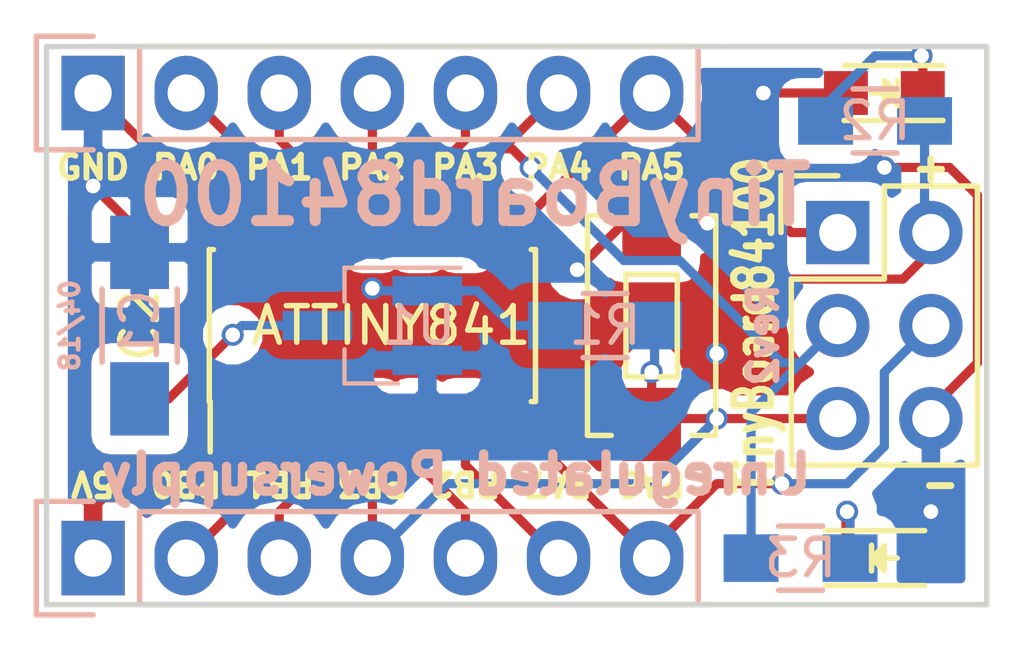
<source format=kicad_pcb>
(kicad_pcb (version 4) (host pcbnew 4.0.5+dfsg1-4)

  (general
    (links 36)
    (no_connects 1)
    (area 151.171 68.875 185.453143 91.393333)
    (thickness 1.6)
    (drawings 29)
    (tracks 116)
    (zones 0)
    (modules 13)
    (nets 18)
  )

  (page A4)
  (layers
    (0 F.Cu signal)
    (31 B.Cu signal)
    (32 B.Adhes user hide)
    (33 F.Adhes user hide)
    (34 B.Paste user hide)
    (35 F.Paste user hide)
    (36 B.SilkS user)
    (37 F.SilkS user)
    (38 B.Mask user hide)
    (39 F.Mask user hide)
    (40 Dwgs.User user hide)
    (41 Cmts.User user hide)
    (42 Eco1.User user hide)
    (43 Eco2.User user hide)
    (44 Edge.Cuts user)
    (45 Margin user hide)
    (46 B.CrtYd user hide)
    (47 F.CrtYd user hide)
    (48 B.Fab user hide)
    (49 F.Fab user hide)
  )

  (setup
    (last_trace_width 0.25)
    (trace_clearance 0.2)
    (zone_clearance 0.508)
    (zone_45_only no)
    (trace_min 0.2)
    (segment_width 0.2)
    (edge_width 0.15)
    (via_size 0.6)
    (via_drill 0.4)
    (via_min_size 0.4)
    (via_min_drill 0.3)
    (uvia_size 0.3)
    (uvia_drill 0.1)
    (uvias_allowed no)
    (uvia_min_size 0.2)
    (uvia_min_drill 0.1)
    (pcb_text_width 0.3)
    (pcb_text_size 1.5 1.5)
    (mod_edge_width 0.15)
    (mod_text_size 1 1)
    (mod_text_width 0.15)
    (pad_size 1.524 1.524)
    (pad_drill 0.762)
    (pad_to_mask_clearance 0.2)
    (aux_axis_origin 0 0)
    (grid_origin 156.21 72.39)
    (visible_elements FFFFFF7F)
    (pcbplotparams
      (layerselection 0x01030_80000001)
      (usegerberextensions false)
      (excludeedgelayer true)
      (linewidth 0.100000)
      (plotframeref false)
      (viasonmask false)
      (mode 1)
      (useauxorigin true)
      (hpglpennumber 1)
      (hpglpenspeed 20)
      (hpglpendiameter 15)
      (hpglpenoverlay 2)
      (psnegative false)
      (psa4output false)
      (plotreference true)
      (plotvalue true)
      (plotinvisibletext false)
      (padsonsilk true)
      (subtractmaskfromsilk false)
      (outputformat 1)
      (mirror false)
      (drillshape 0)
      (scaleselection 1)
      (outputdirectory /home/hrnek/Documents/KiCAD/TinyBoard84100/GERBERS/))
  )

  (net 0 "")
  (net 1 "Net-(C1-Pad1)")
  (net 2 GND)
  (net 3 "Net-(D1-Pad1)")
  (net 4 "Net-(D2-Pad1)")
  (net 5 +5V)
  (net 6 /PB0)
  (net 7 /PB1)
  (net 8 /PB3)
  (net 9 /PB2)
  (net 10 /PA7)
  (net 11 /PA6)
  (net 12 /PA0)
  (net 13 /PA1)
  (net 14 /PA2)
  (net 15 /PA3)
  (net 16 /PA4)
  (net 17 /PA5)

  (net_class Default "This is the default net class."
    (clearance 0.2)
    (trace_width 0.25)
    (via_dia 0.6)
    (via_drill 0.4)
    (uvia_dia 0.3)
    (uvia_drill 0.1)
    (add_net +5V)
    (add_net /PA0)
    (add_net /PA1)
    (add_net /PA2)
    (add_net /PA3)
    (add_net /PA4)
    (add_net /PA5)
    (add_net /PA6)
    (add_net /PA7)
    (add_net /PB0)
    (add_net /PB1)
    (add_net /PB2)
    (add_net /PB3)
    (add_net GND)
    (add_net "Net-(C1-Pad1)")
    (add_net "Net-(D1-Pad1)")
    (add_net "Net-(D2-Pad1)")
  )

  (module Capacitors_SMD:C_1206_HandSoldering (layer B.Cu) (tedit 5AD3B3E2) (tstamp 5AD39F1C)
    (at 158.75 80.01 90)
    (descr "Capacitor SMD 1206, hand soldering")
    (tags "capacitor 1206")
    (path /5AD23DAF)
    (attr smd)
    (fp_text reference C1 (at 0 0 90) (layer B.SilkS)
      (effects (font (size 1 1) (thickness 0.15)) (justify mirror))
    )
    (fp_text value 4.7uF (at 0 -1.778 90) (layer B.Fab) hide
      (effects (font (size 1 1) (thickness 0.15)) (justify mirror))
    )
    (fp_line (start -1.6 -0.8) (end -1.6 0.8) (layer B.Fab) (width 0.15))
    (fp_line (start 1.6 -0.8) (end -1.6 -0.8) (layer B.Fab) (width 0.15))
    (fp_line (start 1.6 0.8) (end 1.6 -0.8) (layer B.Fab) (width 0.15))
    (fp_line (start -1.6 0.8) (end 1.6 0.8) (layer B.Fab) (width 0.15))
    (fp_line (start -3.3 1.15) (end 3.3 1.15) (layer B.CrtYd) (width 0.05))
    (fp_line (start -3.3 -1.15) (end 3.3 -1.15) (layer B.CrtYd) (width 0.05))
    (fp_line (start -3.3 1.15) (end -3.3 -1.15) (layer B.CrtYd) (width 0.05))
    (fp_line (start 3.3 1.15) (end 3.3 -1.15) (layer B.CrtYd) (width 0.05))
    (fp_line (start 1 1.025) (end -1 1.025) (layer B.SilkS) (width 0.15))
    (fp_line (start -1 -1.025) (end 1 -1.025) (layer B.SilkS) (width 0.15))
    (pad 1 smd rect (at -2 0 90) (size 2 1.6) (layers B.Cu B.Paste B.Mask)
      (net 1 "Net-(C1-Pad1)"))
    (pad 2 smd rect (at 2 0 90) (size 2 1.6) (layers B.Cu B.Paste B.Mask)
      (net 2 GND))
    (model Capacitors_SMD.3dshapes/C_1206_HandSoldering.wrl
      (at (xyz 0 0 0))
      (scale (xyz 1 1 1))
      (rotate (xyz 0 0 0))
    )
  )

  (module Capacitors_SMD:C_1206_HandSoldering (layer F.Cu) (tedit 5AD3B3E5) (tstamp 5AD39F22)
    (at 158.75 80.01 90)
    (descr "Capacitor SMD 1206, hand soldering")
    (tags "capacitor 1206")
    (path /5AD23DE1)
    (attr smd)
    (fp_text reference C2 (at 0 0 90) (layer F.SilkS)
      (effects (font (size 1 1) (thickness 0.15)))
    )
    (fp_text value 1uF (at 0 1.778 90) (layer F.Fab) hide
      (effects (font (size 1 1) (thickness 0.15)))
    )
    (fp_line (start -1.6 0.8) (end -1.6 -0.8) (layer F.Fab) (width 0.15))
    (fp_line (start 1.6 0.8) (end -1.6 0.8) (layer F.Fab) (width 0.15))
    (fp_line (start 1.6 -0.8) (end 1.6 0.8) (layer F.Fab) (width 0.15))
    (fp_line (start -1.6 -0.8) (end 1.6 -0.8) (layer F.Fab) (width 0.15))
    (fp_line (start -3.3 -1.15) (end 3.3 -1.15) (layer F.CrtYd) (width 0.05))
    (fp_line (start -3.3 1.15) (end 3.3 1.15) (layer F.CrtYd) (width 0.05))
    (fp_line (start -3.3 -1.15) (end -3.3 1.15) (layer F.CrtYd) (width 0.05))
    (fp_line (start 3.3 -1.15) (end 3.3 1.15) (layer F.CrtYd) (width 0.05))
    (fp_line (start 1 -1.025) (end -1 -1.025) (layer F.SilkS) (width 0.15))
    (fp_line (start -1 1.025) (end 1 1.025) (layer F.SilkS) (width 0.15))
    (pad 1 smd rect (at -2 0 90) (size 2 1.6) (layers F.Cu F.Paste F.Mask)
      (net 1 "Net-(C1-Pad1)"))
    (pad 2 smd rect (at 2 0 90) (size 2 1.6) (layers F.Cu F.Paste F.Mask)
      (net 2 GND))
    (model Capacitors_SMD.3dshapes/C_1206_HandSoldering.wrl
      (at (xyz 0 0 0))
      (scale (xyz 1 1 1))
      (rotate (xyz 0 0 0))
    )
  )

  (module LEDs:LED_0805 (layer F.Cu) (tedit 5AD5B807) (tstamp 5AD39F28)
    (at 179.07 73.66 180)
    (descr "LED 0805 smd package")
    (tags "LED 0805 SMD")
    (path /5AD23E1F)
    (attr smd)
    (fp_text reference D1 (at 0 2.032 180) (layer F.SilkS) hide
      (effects (font (size 1 1) (thickness 0.15)))
    )
    (fp_text value LED (at -4.826 3.302 180) (layer F.Fab) hide
      (effects (font (size 1 1) (thickness 0.15)))
    )
    (fp_line (start -0.4 -0.3) (end -0.4 0.3) (layer F.Fab) (width 0.15))
    (fp_line (start -0.3 0) (end 0 -0.3) (layer F.Fab) (width 0.15))
    (fp_line (start 0 0.3) (end -0.3 0) (layer F.Fab) (width 0.15))
    (fp_line (start 0 -0.3) (end 0 0.3) (layer F.Fab) (width 0.15))
    (fp_line (start 1 -0.6) (end -1 -0.6) (layer F.Fab) (width 0.15))
    (fp_line (start 1 0.6) (end 1 -0.6) (layer F.Fab) (width 0.15))
    (fp_line (start -1 0.6) (end 1 0.6) (layer F.Fab) (width 0.15))
    (fp_line (start -1 -0.6) (end -1 0.6) (layer F.Fab) (width 0.15))
    (fp_line (start -1.6 0.75) (end 1.1 0.75) (layer F.SilkS) (width 0.15))
    (fp_line (start -1.6 -0.75) (end 1.1 -0.75) (layer F.SilkS) (width 0.15))
    (fp_line (start -0.1 0.15) (end -0.1 -0.1) (layer F.SilkS) (width 0.15))
    (fp_line (start -0.1 -0.1) (end -0.25 0.05) (layer F.SilkS) (width 0.15))
    (fp_line (start -0.35 -0.35) (end -0.35 0.35) (layer F.SilkS) (width 0.15))
    (fp_line (start 0 0) (end 0.35 0) (layer F.SilkS) (width 0.15))
    (fp_line (start -0.35 0) (end 0 -0.35) (layer F.SilkS) (width 0.15))
    (fp_line (start 0 -0.35) (end 0 0.35) (layer F.SilkS) (width 0.15))
    (fp_line (start 0 0.35) (end -0.35 0) (layer F.SilkS) (width 0.15))
    (fp_line (start 1.9 -0.95) (end 1.9 0.95) (layer F.CrtYd) (width 0.05))
    (fp_line (start 1.9 0.95) (end -1.9 0.95) (layer F.CrtYd) (width 0.05))
    (fp_line (start -1.9 0.95) (end -1.9 -0.95) (layer F.CrtYd) (width 0.05))
    (fp_line (start -1.9 -0.95) (end 1.9 -0.95) (layer F.CrtYd) (width 0.05))
    (pad 2 smd rect (at 1.04902 0) (size 1.19888 1.19888) (layers F.Cu F.Paste F.Mask)
      (net 2 GND))
    (pad 1 smd rect (at -1.04902 0) (size 1.19888 1.19888) (layers F.Cu F.Paste F.Mask)
      (net 3 "Net-(D1-Pad1)"))
    (model LEDs.3dshapes/LED_0805.wrl
      (at (xyz 0 0 0))
      (scale (xyz 1 1 1))
      (rotate (xyz 0 0 0))
    )
  )

  (module LEDs:LED_0805 (layer F.Cu) (tedit 5AD5B7FD) (tstamp 5AD39F2E)
    (at 179.07 86.36)
    (descr "LED 0805 smd package")
    (tags "LED 0805 SMD")
    (path /5AD23E83)
    (attr smd)
    (fp_text reference D2 (at -2.54 2.54) (layer F.SilkS) hide
      (effects (font (size 1 1) (thickness 0.15)))
    )
    (fp_text value LED (at 0.508 2.54) (layer F.Fab) hide
      (effects (font (size 1 1) (thickness 0.15)))
    )
    (fp_line (start -0.4 -0.3) (end -0.4 0.3) (layer F.Fab) (width 0.15))
    (fp_line (start -0.3 0) (end 0 -0.3) (layer F.Fab) (width 0.15))
    (fp_line (start 0 0.3) (end -0.3 0) (layer F.Fab) (width 0.15))
    (fp_line (start 0 -0.3) (end 0 0.3) (layer F.Fab) (width 0.15))
    (fp_line (start 1 -0.6) (end -1 -0.6) (layer F.Fab) (width 0.15))
    (fp_line (start 1 0.6) (end 1 -0.6) (layer F.Fab) (width 0.15))
    (fp_line (start -1 0.6) (end 1 0.6) (layer F.Fab) (width 0.15))
    (fp_line (start -1 -0.6) (end -1 0.6) (layer F.Fab) (width 0.15))
    (fp_line (start -1.6 0.75) (end 1.1 0.75) (layer F.SilkS) (width 0.15))
    (fp_line (start -1.6 -0.75) (end 1.1 -0.75) (layer F.SilkS) (width 0.15))
    (fp_line (start -0.1 0.15) (end -0.1 -0.1) (layer F.SilkS) (width 0.15))
    (fp_line (start -0.1 -0.1) (end -0.25 0.05) (layer F.SilkS) (width 0.15))
    (fp_line (start -0.35 -0.35) (end -0.35 0.35) (layer F.SilkS) (width 0.15))
    (fp_line (start 0 0) (end 0.35 0) (layer F.SilkS) (width 0.15))
    (fp_line (start -0.35 0) (end 0 -0.35) (layer F.SilkS) (width 0.15))
    (fp_line (start 0 -0.35) (end 0 0.35) (layer F.SilkS) (width 0.15))
    (fp_line (start 0 0.35) (end -0.35 0) (layer F.SilkS) (width 0.15))
    (fp_line (start 1.9 -0.95) (end 1.9 0.95) (layer F.CrtYd) (width 0.05))
    (fp_line (start 1.9 0.95) (end -1.9 0.95) (layer F.CrtYd) (width 0.05))
    (fp_line (start -1.9 0.95) (end -1.9 -0.95) (layer F.CrtYd) (width 0.05))
    (fp_line (start -1.9 -0.95) (end 1.9 -0.95) (layer F.CrtYd) (width 0.05))
    (pad 2 smd rect (at 1.04902 0 180) (size 1.19888 1.19888) (layers F.Cu F.Paste F.Mask)
      (net 2 GND))
    (pad 1 smd rect (at -1.04902 0 180) (size 1.19888 1.19888) (layers F.Cu F.Paste F.Mask)
      (net 4 "Net-(D2-Pad1)"))
    (model LEDs.3dshapes/LED_0805.wrl
      (at (xyz 0 0 0))
      (scale (xyz 1 1 1))
      (rotate (xyz 0 0 0))
    )
  )

  (module Pin_Headers:Pin_Header_Straight_1x07 (layer B.Cu) (tedit 5AD5B7F3) (tstamp 5AD39F3F)
    (at 157.48 86.36 270)
    (descr "Through hole pin header")
    (tags "pin header")
    (path /5AD23FFE)
    (fp_text reference P2 (at 0 5.1 270) (layer B.SilkS) hide
      (effects (font (size 1 1) (thickness 0.15)) (justify mirror))
    )
    (fp_text value CONN_01X07 (at 0 5.334 270) (layer B.Fab) hide
      (effects (font (size 1 1) (thickness 0.15)) (justify mirror))
    )
    (fp_line (start -1.75 1.75) (end -1.75 -17) (layer B.CrtYd) (width 0.05))
    (fp_line (start 1.75 1.75) (end 1.75 -17) (layer B.CrtYd) (width 0.05))
    (fp_line (start -1.75 1.75) (end 1.75 1.75) (layer B.CrtYd) (width 0.05))
    (fp_line (start -1.75 -17) (end 1.75 -17) (layer B.CrtYd) (width 0.05))
    (fp_line (start 1.27 -1.27) (end 1.27 -16.51) (layer B.SilkS) (width 0.15))
    (fp_line (start 1.27 -16.51) (end -1.27 -16.51) (layer B.SilkS) (width 0.15))
    (fp_line (start -1.27 -16.51) (end -1.27 -1.27) (layer B.SilkS) (width 0.15))
    (fp_line (start 1.55 1.55) (end 1.55 0) (layer B.SilkS) (width 0.15))
    (fp_line (start 1.27 -1.27) (end -1.27 -1.27) (layer B.SilkS) (width 0.15))
    (fp_line (start -1.55 0) (end -1.55 1.55) (layer B.SilkS) (width 0.15))
    (fp_line (start -1.55 1.55) (end 1.55 1.55) (layer B.SilkS) (width 0.15))
    (pad 1 thru_hole rect (at 0 0 270) (size 2.032 1.7272) (drill 1.016) (layers *.Cu *.Mask)
      (net 5 +5V))
    (pad 2 thru_hole oval (at 0 -2.54 270) (size 2.032 1.7272) (drill 1.016) (layers *.Cu *.Mask)
      (net 6 /PB0))
    (pad 3 thru_hole oval (at 0 -5.08 270) (size 2.032 1.7272) (drill 1.016) (layers *.Cu *.Mask)
      (net 7 /PB1))
    (pad 4 thru_hole oval (at 0 -7.62 270) (size 2.032 1.7272) (drill 1.016) (layers *.Cu *.Mask)
      (net 8 /PB3))
    (pad 5 thru_hole oval (at 0 -10.16 270) (size 2.032 1.7272) (drill 1.016) (layers *.Cu *.Mask)
      (net 9 /PB2))
    (pad 6 thru_hole oval (at 0 -12.7 270) (size 2.032 1.7272) (drill 1.016) (layers *.Cu *.Mask)
      (net 10 /PA7))
    (pad 7 thru_hole oval (at 0 -15.24 270) (size 2.032 1.7272) (drill 1.016) (layers *.Cu *.Mask)
      (net 11 /PA6))
    (model Pin_Headers.3dshapes/Pin_Header_Straight_1x07.wrl
      (at (xyz 0 -0.3 0))
      (scale (xyz 1 1 1))
      (rotate (xyz 0 0 90))
    )
  )

  (module Pin_Headers:Pin_Header_Straight_1x07 (layer B.Cu) (tedit 5AD5B7ED) (tstamp 5AD39F4A)
    (at 157.48 73.66 270)
    (descr "Through hole pin header")
    (tags "pin header")
    (path /5AD240B6)
    (fp_text reference P3 (at 0 5.1 270) (layer B.SilkS) hide
      (effects (font (size 1 1) (thickness 0.15)) (justify mirror))
    )
    (fp_text value CONN_01X07 (at 0.254 5.334 270) (layer B.Fab) hide
      (effects (font (size 1 1) (thickness 0.15)) (justify mirror))
    )
    (fp_line (start -1.75 1.75) (end -1.75 -17) (layer B.CrtYd) (width 0.05))
    (fp_line (start 1.75 1.75) (end 1.75 -17) (layer B.CrtYd) (width 0.05))
    (fp_line (start -1.75 1.75) (end 1.75 1.75) (layer B.CrtYd) (width 0.05))
    (fp_line (start -1.75 -17) (end 1.75 -17) (layer B.CrtYd) (width 0.05))
    (fp_line (start 1.27 -1.27) (end 1.27 -16.51) (layer B.SilkS) (width 0.15))
    (fp_line (start 1.27 -16.51) (end -1.27 -16.51) (layer B.SilkS) (width 0.15))
    (fp_line (start -1.27 -16.51) (end -1.27 -1.27) (layer B.SilkS) (width 0.15))
    (fp_line (start 1.55 1.55) (end 1.55 0) (layer B.SilkS) (width 0.15))
    (fp_line (start 1.27 -1.27) (end -1.27 -1.27) (layer B.SilkS) (width 0.15))
    (fp_line (start -1.55 0) (end -1.55 1.55) (layer B.SilkS) (width 0.15))
    (fp_line (start -1.55 1.55) (end 1.55 1.55) (layer B.SilkS) (width 0.15))
    (pad 1 thru_hole rect (at 0 0 270) (size 2.032 1.7272) (drill 1.016) (layers *.Cu *.Mask)
      (net 2 GND))
    (pad 2 thru_hole oval (at 0 -2.54 270) (size 2.032 1.7272) (drill 1.016) (layers *.Cu *.Mask)
      (net 12 /PA0))
    (pad 3 thru_hole oval (at 0 -5.08 270) (size 2.032 1.7272) (drill 1.016) (layers *.Cu *.Mask)
      (net 13 /PA1))
    (pad 4 thru_hole oval (at 0 -7.62 270) (size 2.032 1.7272) (drill 1.016) (layers *.Cu *.Mask)
      (net 14 /PA2))
    (pad 5 thru_hole oval (at 0 -10.16 270) (size 2.032 1.7272) (drill 1.016) (layers *.Cu *.Mask)
      (net 15 /PA3))
    (pad 6 thru_hole oval (at 0 -12.7 270) (size 2.032 1.7272) (drill 1.016) (layers *.Cu *.Mask)
      (net 16 /PA4))
    (pad 7 thru_hole oval (at 0 -15.24 270) (size 2.032 1.7272) (drill 1.016) (layers *.Cu *.Mask)
      (net 17 /PA5))
    (model Pin_Headers.3dshapes/Pin_Header_Straight_1x07.wrl
      (at (xyz 0 -0.3 0))
      (scale (xyz 1 1 1))
      (rotate (xyz 0 0 90))
    )
  )

  (module Pin_Headers:Pin_Header_Straight_2x03 (layer F.Cu) (tedit 5AD5B809) (tstamp 5AD39F54)
    (at 177.8 77.47)
    (descr "Through hole pin header")
    (tags "pin header")
    (path /5AD23CEF)
    (fp_text reference P4 (at 6.35 -4.064) (layer F.SilkS) hide
      (effects (font (size 1 1) (thickness 0.15)))
    )
    (fp_text value CONN_02X03 (at -0.254 -7.62) (layer F.Fab) hide
      (effects (font (size 1 1) (thickness 0.15)))
    )
    (fp_line (start -1.27 1.27) (end -1.27 6.35) (layer F.SilkS) (width 0.15))
    (fp_line (start -1.55 -1.55) (end 0 -1.55) (layer F.SilkS) (width 0.15))
    (fp_line (start -1.75 -1.75) (end -1.75 6.85) (layer F.CrtYd) (width 0.05))
    (fp_line (start 4.3 -1.75) (end 4.3 6.85) (layer F.CrtYd) (width 0.05))
    (fp_line (start -1.75 -1.75) (end 4.3 -1.75) (layer F.CrtYd) (width 0.05))
    (fp_line (start -1.75 6.85) (end 4.3 6.85) (layer F.CrtYd) (width 0.05))
    (fp_line (start 1.27 -1.27) (end 1.27 1.27) (layer F.SilkS) (width 0.15))
    (fp_line (start 1.27 1.27) (end -1.27 1.27) (layer F.SilkS) (width 0.15))
    (fp_line (start -1.27 6.35) (end 3.81 6.35) (layer F.SilkS) (width 0.15))
    (fp_line (start 3.81 6.35) (end 3.81 1.27) (layer F.SilkS) (width 0.15))
    (fp_line (start -1.55 -1.55) (end -1.55 0) (layer F.SilkS) (width 0.15))
    (fp_line (start 3.81 -1.27) (end 1.27 -1.27) (layer F.SilkS) (width 0.15))
    (fp_line (start 3.81 1.27) (end 3.81 -1.27) (layer F.SilkS) (width 0.15))
    (pad 1 thru_hole rect (at 0 0) (size 1.7272 1.7272) (drill 1.016) (layers *.Cu *.Mask)
      (net 17 /PA5))
    (pad 2 thru_hole oval (at 2.54 0) (size 1.7272 1.7272) (drill 1.016) (layers *.Cu *.Mask)
      (net 5 +5V))
    (pad 3 thru_hole oval (at 0 2.54) (size 1.7272 1.7272) (drill 1.016) (layers *.Cu *.Mask)
      (net 16 /PA4))
    (pad 4 thru_hole oval (at 2.54 2.54) (size 1.7272 1.7272) (drill 1.016) (layers *.Cu *.Mask)
      (net 11 /PA6))
    (pad 5 thru_hole oval (at 0 5.08) (size 1.7272 1.7272) (drill 1.016) (layers *.Cu *.Mask)
      (net 8 /PB3))
    (pad 6 thru_hole oval (at 2.54 5.08) (size 1.7272 1.7272) (drill 1.016) (layers *.Cu *.Mask)
      (net 2 GND))
    (model Pin_Headers.3dshapes/Pin_Header_Straight_2x03.wrl
      (at (xyz 0.05 -0.1 0))
      (scale (xyz 1 1 1))
      (rotate (xyz 0 0 90))
    )
  )

  (module Resistors_SMD:R_0805_HandSoldering (layer B.Cu) (tedit 5AD3B434) (tstamp 5AD39F5A)
    (at 171.45 80.01)
    (descr "Resistor SMD 0805, hand soldering")
    (tags "resistor 0805")
    (path /5AD23D65)
    (attr smd)
    (fp_text reference R1 (at 0 0) (layer B.SilkS)
      (effects (font (size 1 1) (thickness 0.15)) (justify mirror))
    )
    (fp_text value 1k (at 0 -2.1) (layer B.Fab) hide
      (effects (font (size 1 1) (thickness 0.15)) (justify mirror))
    )
    (fp_line (start -1 -0.625) (end -1 0.625) (layer B.Fab) (width 0.1))
    (fp_line (start 1 -0.625) (end -1 -0.625) (layer B.Fab) (width 0.1))
    (fp_line (start 1 0.625) (end 1 -0.625) (layer B.Fab) (width 0.1))
    (fp_line (start -1 0.625) (end 1 0.625) (layer B.Fab) (width 0.1))
    (fp_line (start -2.4 1) (end 2.4 1) (layer B.CrtYd) (width 0.05))
    (fp_line (start -2.4 -1) (end 2.4 -1) (layer B.CrtYd) (width 0.05))
    (fp_line (start -2.4 1) (end -2.4 -1) (layer B.CrtYd) (width 0.05))
    (fp_line (start 2.4 1) (end 2.4 -1) (layer B.CrtYd) (width 0.05))
    (fp_line (start 0.6 -0.875) (end -0.6 -0.875) (layer B.SilkS) (width 0.15))
    (fp_line (start -0.6 0.875) (end 0.6 0.875) (layer B.SilkS) (width 0.15))
    (pad 1 smd rect (at -1.35 0) (size 1.5 1.3) (layers B.Cu B.Paste B.Mask)
      (net 5 +5V))
    (pad 2 smd rect (at 1.35 0) (size 1.5 1.3) (layers B.Cu B.Paste B.Mask)
      (net 8 /PB3))
    (model Resistors_SMD.3dshapes/R_0805_HandSoldering.wrl
      (at (xyz 0 0 0))
      (scale (xyz 1 1 1))
      (rotate (xyz 0 0 0))
    )
  )

  (module Resistors_SMD:R_0805_HandSoldering (layer B.Cu) (tedit 5AD5B80C) (tstamp 5AD39F60)
    (at 178.816 74.422 180)
    (descr "Resistor SMD 0805, hand soldering")
    (tags "resistor 0805")
    (path /5AD23EBD)
    (attr smd)
    (fp_text reference R2 (at 0 0 180) (layer B.SilkS)
      (effects (font (size 1 1) (thickness 0.15)) (justify mirror))
    )
    (fp_text value 1k (at -5.334 -1.016 180) (layer B.Fab) hide
      (effects (font (size 1 1) (thickness 0.15)) (justify mirror))
    )
    (fp_line (start -1 -0.625) (end -1 0.625) (layer B.Fab) (width 0.1))
    (fp_line (start 1 -0.625) (end -1 -0.625) (layer B.Fab) (width 0.1))
    (fp_line (start 1 0.625) (end 1 -0.625) (layer B.Fab) (width 0.1))
    (fp_line (start -1 0.625) (end 1 0.625) (layer B.Fab) (width 0.1))
    (fp_line (start -2.4 1) (end 2.4 1) (layer B.CrtYd) (width 0.05))
    (fp_line (start -2.4 -1) (end 2.4 -1) (layer B.CrtYd) (width 0.05))
    (fp_line (start -2.4 1) (end -2.4 -1) (layer B.CrtYd) (width 0.05))
    (fp_line (start 2.4 1) (end 2.4 -1) (layer B.CrtYd) (width 0.05))
    (fp_line (start 0.6 -0.875) (end -0.6 -0.875) (layer B.SilkS) (width 0.15))
    (fp_line (start -0.6 0.875) (end 0.6 0.875) (layer B.SilkS) (width 0.15))
    (pad 1 smd rect (at -1.35 0 180) (size 1.5 1.3) (layers B.Cu B.Paste B.Mask)
      (net 5 +5V))
    (pad 2 smd rect (at 1.35 0 180) (size 1.5 1.3) (layers B.Cu B.Paste B.Mask)
      (net 3 "Net-(D1-Pad1)"))
    (model Resistors_SMD.3dshapes/R_0805_HandSoldering.wrl
      (at (xyz 0 0 0))
      (scale (xyz 1 1 1))
      (rotate (xyz 0 0 0))
    )
  )

  (module Resistors_SMD:R_0805_HandSoldering (layer B.Cu) (tedit 5AD5B7F6) (tstamp 5AD39F66)
    (at 176.784 86.36)
    (descr "Resistor SMD 0805, hand soldering")
    (tags "resistor 0805")
    (path /5AD23D8B)
    (attr smd)
    (fp_text reference R3 (at 0 0) (layer B.SilkS)
      (effects (font (size 1 1) (thickness 0.15)) (justify mirror))
    )
    (fp_text value 1k (at -2.794 3.048) (layer B.Fab) hide
      (effects (font (size 1 1) (thickness 0.15)) (justify mirror))
    )
    (fp_line (start -1 -0.625) (end -1 0.625) (layer B.Fab) (width 0.1))
    (fp_line (start 1 -0.625) (end -1 -0.625) (layer B.Fab) (width 0.1))
    (fp_line (start 1 0.625) (end 1 -0.625) (layer B.Fab) (width 0.1))
    (fp_line (start -1 0.625) (end 1 0.625) (layer B.Fab) (width 0.1))
    (fp_line (start -2.4 1) (end 2.4 1) (layer B.CrtYd) (width 0.05))
    (fp_line (start -2.4 -1) (end 2.4 -1) (layer B.CrtYd) (width 0.05))
    (fp_line (start -2.4 1) (end -2.4 -1) (layer B.CrtYd) (width 0.05))
    (fp_line (start 2.4 1) (end 2.4 -1) (layer B.CrtYd) (width 0.05))
    (fp_line (start 0.6 -0.875) (end -0.6 -0.875) (layer B.SilkS) (width 0.15))
    (fp_line (start -0.6 0.875) (end 0.6 0.875) (layer B.SilkS) (width 0.15))
    (pad 1 smd rect (at -1.35 0) (size 1.5 1.3) (layers B.Cu B.Paste B.Mask)
      (net 16 /PA4))
    (pad 2 smd rect (at 1.35 0) (size 1.5 1.3) (layers B.Cu B.Paste B.Mask)
      (net 4 "Net-(D2-Pad1)"))
    (model Resistors_SMD.3dshapes/R_0805_HandSoldering.wrl
      (at (xyz 0 0 0))
      (scale (xyz 1 1 1))
      (rotate (xyz 0 0 0))
    )
  )

  (module Buttons_Switches_SMD:SW_SPST_EVQPE1 (layer F.Cu) (tedit 5AD3B398) (tstamp 5AD39F6C)
    (at 172.72 80.01 270)
    (descr "Light Touch Switch")
    (path /5AD23CB0)
    (attr smd)
    (fp_text reference SW1 (at -0.9 -2.7 270) (layer F.SilkS) hide
      (effects (font (size 1 1) (thickness 0.15)))
    )
    (fp_text value SW_PUSH (at 0 3 270) (layer F.Fab) hide
      (effects (font (size 1 1) (thickness 0.15)))
    )
    (fp_line (start -1.4 -0.7) (end 1.4 -0.7) (layer F.SilkS) (width 0.15))
    (fp_line (start 1.4 -0.7) (end 1.4 0.7) (layer F.SilkS) (width 0.15))
    (fp_line (start 1.4 0.7) (end -1.4 0.7) (layer F.SilkS) (width 0.15))
    (fp_line (start -1.4 0.7) (end -1.4 -0.7) (layer F.SilkS) (width 0.15))
    (fp_line (start -3.95 -2) (end 3.95 -2) (layer F.CrtYd) (width 0.05))
    (fp_line (start 3.95 -2) (end 3.95 2) (layer F.CrtYd) (width 0.05))
    (fp_line (start 3.95 2) (end -3.95 2) (layer F.CrtYd) (width 0.05))
    (fp_line (start -3.95 2) (end -3.95 -2) (layer F.CrtYd) (width 0.05))
    (fp_line (start 3 -1.75) (end 3 -1.1) (layer F.SilkS) (width 0.15))
    (fp_line (start 3 1.75) (end 3 1.1) (layer F.SilkS) (width 0.15))
    (fp_line (start -3 1.1) (end -3 1.75) (layer F.SilkS) (width 0.15))
    (fp_line (start -3 -1.75) (end -3 -1.1) (layer F.SilkS) (width 0.15))
    (fp_line (start 3 -1.75) (end -3 -1.75) (layer F.SilkS) (width 0.15))
    (fp_line (start -3 1.75) (end 3 1.75) (layer F.SilkS) (width 0.15))
    (pad 2 smd rect (at 2.7 0 270) (size 2 1.6) (layers F.Cu F.Paste F.Mask)
      (net 8 /PB3))
    (pad 1 smd rect (at -2.7 0 270) (size 2 1.6) (layers F.Cu F.Paste F.Mask)
      (net 2 GND))
  )

  (module TO_SOT_Packages_SMD:SOT-23_Handsoldering (layer B.Cu) (tedit 5AD3B427) (tstamp 5AD39F73)
    (at 165.1 80.01 180)
    (descr "SOT-23, Handsoldering")
    (tags SOT-23)
    (path /5AD23F10)
    (attr smd)
    (fp_text reference U1 (at -1.27 0 180) (layer B.SilkS)
      (effects (font (size 1 1) (thickness 0.15)) (justify mirror))
    )
    (fp_text value 78L05 (at -0.508 1.016 180) (layer B.Fab) hide
      (effects (font (size 1 1) (thickness 0.15)) (justify mirror))
    )
    (fp_line (start 0.76 -1.58) (end 0.76 -0.65) (layer B.SilkS) (width 0.12))
    (fp_line (start 0.76 1.58) (end 0.76 0.65) (layer B.SilkS) (width 0.12))
    (fp_line (start 0.7 1.52) (end 0.7 -1.52) (layer B.Fab) (width 0.15))
    (fp_line (start -0.7 -1.52) (end 0.7 -1.52) (layer B.Fab) (width 0.15))
    (fp_line (start -2.7 1.75) (end 2.7 1.75) (layer B.CrtYd) (width 0.05))
    (fp_line (start 2.7 1.75) (end 2.7 -1.75) (layer B.CrtYd) (width 0.05))
    (fp_line (start 2.7 -1.75) (end -2.7 -1.75) (layer B.CrtYd) (width 0.05))
    (fp_line (start -2.7 -1.75) (end -2.7 1.75) (layer B.CrtYd) (width 0.05))
    (fp_line (start 0.76 1.58) (end -2.4 1.58) (layer B.SilkS) (width 0.12))
    (fp_line (start -0.7 1.52) (end 0.7 1.52) (layer B.Fab) (width 0.15))
    (fp_line (start -0.7 1.52) (end -0.7 -1.52) (layer B.Fab) (width 0.15))
    (fp_line (start 0.76 -1.58) (end -0.7 -1.58) (layer B.SilkS) (width 0.12))
    (pad 1 smd rect (at -1.5 0.95 180) (size 1.9 0.8) (layers B.Cu B.Paste B.Mask)
      (net 5 +5V))
    (pad 2 smd rect (at -1.5 -0.95 180) (size 1.9 0.8) (layers B.Cu B.Paste B.Mask)
      (net 2 GND))
    (pad 3 smd rect (at 1.5 0 180) (size 1.9 0.8) (layers B.Cu B.Paste B.Mask)
      (net 1 "Net-(C1-Pad1)"))
    (model TO_SOT_Packages_SMD.3dshapes/SOT-23.wrl
      (at (xyz 0 0 0))
      (scale (xyz 1 1 1))
      (rotate (xyz 0 0 90))
    )
  )

  (module Housings_SOIC:SOIC-14_3.9x8.7mm_Pitch1.27mm (layer F.Cu) (tedit 5AD3B4BB) (tstamp 5AD39F85)
    (at 165.1 80.01 90)
    (descr "14-Lead Plastic Small Outline (SL) - Narrow, 3.90 mm Body [SOIC] (see Microchip Packaging Specification 00000049BS.pdf)")
    (tags "SOIC 1.27")
    (path /5AD23C06)
    (attr smd)
    (fp_text reference U2 (at 0 -3.556 90) (layer F.SilkS) hide
      (effects (font (size 1 1) (thickness 0.15)))
    )
    (fp_text value ATTINY841 (at 0 0.508 180) (layer F.SilkS)
      (effects (font (size 1 1) (thickness 0.15)))
    )
    (fp_line (start -0.95 -4.35) (end 1.95 -4.35) (layer F.Fab) (width 0.15))
    (fp_line (start 1.95 -4.35) (end 1.95 4.35) (layer F.Fab) (width 0.15))
    (fp_line (start 1.95 4.35) (end -1.95 4.35) (layer F.Fab) (width 0.15))
    (fp_line (start -1.95 4.35) (end -1.95 -3.35) (layer F.Fab) (width 0.15))
    (fp_line (start -1.95 -3.35) (end -0.95 -4.35) (layer F.Fab) (width 0.15))
    (fp_line (start -3.7 -4.65) (end -3.7 4.65) (layer F.CrtYd) (width 0.05))
    (fp_line (start 3.7 -4.65) (end 3.7 4.65) (layer F.CrtYd) (width 0.05))
    (fp_line (start -3.7 -4.65) (end 3.7 -4.65) (layer F.CrtYd) (width 0.05))
    (fp_line (start -3.7 4.65) (end 3.7 4.65) (layer F.CrtYd) (width 0.05))
    (fp_line (start -2.075 -4.45) (end -2.075 -4.425) (layer F.SilkS) (width 0.15))
    (fp_line (start 2.075 -4.45) (end 2.075 -4.335) (layer F.SilkS) (width 0.15))
    (fp_line (start 2.075 4.45) (end 2.075 4.335) (layer F.SilkS) (width 0.15))
    (fp_line (start -2.075 4.45) (end -2.075 4.335) (layer F.SilkS) (width 0.15))
    (fp_line (start -2.075 -4.45) (end 2.075 -4.45) (layer F.SilkS) (width 0.15))
    (fp_line (start -2.075 4.45) (end 2.075 4.45) (layer F.SilkS) (width 0.15))
    (fp_line (start -2.075 -4.425) (end -3.45 -4.425) (layer F.SilkS) (width 0.15))
    (pad 1 smd rect (at -2.7 -3.81 90) (size 1.5 0.6) (layers F.Cu F.Paste F.Mask)
      (net 5 +5V))
    (pad 2 smd rect (at -2.7 -2.54 90) (size 1.5 0.6) (layers F.Cu F.Paste F.Mask)
      (net 6 /PB0))
    (pad 3 smd rect (at -2.7 -1.27 90) (size 1.5 0.6) (layers F.Cu F.Paste F.Mask)
      (net 7 /PB1))
    (pad 4 smd rect (at -2.7 0 90) (size 1.5 0.6) (layers F.Cu F.Paste F.Mask)
      (net 8 /PB3))
    (pad 5 smd rect (at -2.7 1.27 90) (size 1.5 0.6) (layers F.Cu F.Paste F.Mask)
      (net 9 /PB2))
    (pad 6 smd rect (at -2.7 2.54 90) (size 1.5 0.6) (layers F.Cu F.Paste F.Mask)
      (net 10 /PA7))
    (pad 7 smd rect (at -2.7 3.81 90) (size 1.5 0.6) (layers F.Cu F.Paste F.Mask)
      (net 11 /PA6))
    (pad 8 smd rect (at 2.7 3.81 90) (size 1.5 0.6) (layers F.Cu F.Paste F.Mask)
      (net 17 /PA5))
    (pad 9 smd rect (at 2.7 2.54 90) (size 1.5 0.6) (layers F.Cu F.Paste F.Mask)
      (net 16 /PA4))
    (pad 10 smd rect (at 2.7 1.27 90) (size 1.5 0.6) (layers F.Cu F.Paste F.Mask)
      (net 15 /PA3))
    (pad 11 smd rect (at 2.7 0 90) (size 1.5 0.6) (layers F.Cu F.Paste F.Mask)
      (net 14 /PA2))
    (pad 12 smd rect (at 2.7 -1.27 90) (size 1.5 0.6) (layers F.Cu F.Paste F.Mask)
      (net 13 /PA1))
    (pad 13 smd rect (at 2.7 -2.54 90) (size 1.5 0.6) (layers F.Cu F.Paste F.Mask)
      (net 12 /PA0))
    (pad 14 smd rect (at 2.7 -3.81 90) (size 1.5 0.6) (layers F.Cu F.Paste F.Mask)
      (net 2 GND))
    (model Housings_SOIC.3dshapes/SOIC-14_3.9x8.7mm_Pitch1.27mm.wrl
      (at (xyz 0 0 0))
      (scale (xyz 1 1 1))
      (rotate (xyz 0 0 0))
    )
  )

  (gr_text 04/18 (at 156.845 80.01 90) (layer B.SilkS)
    (effects (font (size 0.508 0.508) (thickness 0.127)) (justify mirror))
  )
  (gr_text Rev2 (at 175.768 80.264 90) (layer B.SilkS)
    (effects (font (size 0.762 0.762) (thickness 0.1905)) (justify mirror))
  )
  (gr_text "Unregulated Powersupply" (at 167.386 84.074) (layer B.SilkS)
    (effects (font (size 1.016 1.016) (thickness 0.254)) (justify mirror))
  )
  (gr_line (start 156.21 72.39) (end 156.21 87.63) (angle 90) (layer Edge.Cuts) (width 0.15))
  (gr_text - (at 180.594 84.328) (layer F.SilkS)
    (effects (font (size 0.762 0.762) (thickness 0.1905)))
  )
  (gr_text + (at 180.34 75.692) (layer F.SilkS)
    (effects (font (size 0.762 0.762) (thickness 0.1905)))
  )
  (gr_text TinyBoard84100 (at 167.894 76.454) (layer B.SilkS)
    (effects (font (thickness 0.3048)) (justify mirror))
  )
  (gr_text PA6 (at 172.72 84.328 180) (layer F.SilkS)
    (effects (font (size 0.635 0.635) (thickness 0.15875)))
  )
  (gr_text PA7 (at 170.18 84.328 180) (layer F.SilkS)
    (effects (font (size 0.635 0.635) (thickness 0.15875)))
  )
  (gr_text PB2 (at 167.64 84.328 180) (layer F.SilkS)
    (effects (font (size 0.635 0.635) (thickness 0.15875)))
  )
  (gr_text PB3 (at 165.1 84.328 180) (layer F.SilkS)
    (effects (font (size 0.635 0.635) (thickness 0.15875)))
  )
  (gr_text PB1 (at 162.56 84.328 180) (layer F.SilkS)
    (effects (font (size 0.635 0.635) (thickness 0.15875)))
  )
  (gr_text PB0 (at 160.02 84.328 180) (layer F.SilkS)
    (effects (font (size 0.635 0.635) (thickness 0.15875)))
  )
  (gr_text 5V (at 157.48 84.328 180) (layer F.SilkS)
    (effects (font (size 0.635 0.635) (thickness 0.15875)))
  )
  (gr_text PA5 (at 172.72 75.692) (layer F.SilkS)
    (effects (font (size 0.635 0.635) (thickness 0.15875)))
  )
  (gr_text PA4 (at 170.18 75.692) (layer F.SilkS)
    (effects (font (size 0.635 0.635) (thickness 0.15875)))
  )
  (gr_text PA3 (at 167.64 75.692) (layer F.SilkS)
    (effects (font (size 0.635 0.635) (thickness 0.15875)))
  )
  (gr_text PA2 (at 165.1 75.692) (layer F.SilkS)
    (effects (font (size 0.635 0.635) (thickness 0.15875)))
  )
  (gr_text PA1 (at 162.56 75.692) (layer F.SilkS)
    (effects (font (size 0.635 0.635) (thickness 0.15875)))
  )
  (gr_text PA0 (at 160.02 75.692) (layer F.SilkS)
    (effects (font (size 0.635 0.635) (thickness 0.15875)))
  )
  (gr_text GND (at 157.48 75.692) (layer F.SilkS)
    (effects (font (size 0.635 0.635) (thickness 0.15875)))
  )
  (gr_text TinyBoard84100 (at 175.514 80.01 90) (layer F.SilkS)
    (effects (font (size 1.016 0.762) (thickness 0.1905)))
  )
  (gr_line (start 181.864 87.63) (end 181.61 87.63) (angle 90) (layer Edge.Cuts) (width 0.15))
  (gr_line (start 181.864 72.39) (end 181.864 87.63) (angle 90) (layer Edge.Cuts) (width 0.15))
  (gr_line (start 181.61 72.39) (end 181.864 72.39) (angle 90) (layer Edge.Cuts) (width 0.15))
  (gr_line (start 181.61 87.63) (end 173.99 87.63) (angle 90) (layer Edge.Cuts) (width 0.15))
  (gr_line (start 174.752 72.39) (end 181.61 72.39) (angle 90) (layer Edge.Cuts) (width 0.15))
  (gr_line (start 156.21 72.39) (end 174.752 72.39) (angle 90) (layer Edge.Cuts) (width 0.15))
  (gr_line (start 156.21 87.63) (end 174.244 87.63) (angle 90) (layer Edge.Cuts) (width 0.15))

  (segment (start 158.75 82.01) (end 159.544 82.01) (width 0.25) (layer F.Cu) (net 1))
  (segment (start 159.544 82.01) (end 161.29 80.264) (width 0.25) (layer F.Cu) (net 1) (tstamp 5AD3A477))
  (segment (start 161.544 80.01) (end 163.6 80.01) (width 0.25) (layer B.Cu) (net 1) (tstamp 5AD3A481))
  (segment (start 161.29 80.264) (end 161.544 80.01) (width 0.25) (layer B.Cu) (net 1) (tstamp 5AD3A480))
  (via (at 161.29 80.264) (size 0.6) (drill 0.4) (layers F.Cu B.Cu) (net 1))
  (segment (start 180.34 82.55) (end 180.34 82.296) (width 0.25) (layer F.Cu) (net 2))
  (segment (start 180.34 82.296) (end 181.61 81.026) (width 0.25) (layer F.Cu) (net 2) (tstamp 5AD3AFE5))
  (segment (start 181.61 81.026) (end 181.61 76.454) (width 0.25) (layer F.Cu) (net 2) (tstamp 5AD3AFE7))
  (segment (start 181.61 76.454) (end 180.848 75.692) (width 0.25) (layer F.Cu) (net 2) (tstamp 5AD3AFEB))
  (segment (start 180.848 75.692) (end 179.07 75.692) (width 0.25) (layer F.Cu) (net 2) (tstamp 5AD3AFED))
  (via (at 179.07 75.692) (size 0.6) (drill 0.4) (layers F.Cu B.Cu) (net 2))
  (segment (start 180.11902 86.36) (end 180.11902 85.31098) (width 0.25) (layer F.Cu) (net 2))
  (via (at 180.34 85.09) (size 0.6) (drill 0.4) (layers F.Cu B.Cu) (net 2))
  (segment (start 180.11902 85.31098) (end 180.34 85.09) (width 0.25) (layer F.Cu) (net 2) (tstamp 5AD3AE87))
  (segment (start 172.72 77.31) (end 171.864 77.31) (width 0.25) (layer F.Cu) (net 2))
  (via (at 170.688 78.486) (size 0.6) (drill 0.4) (layers F.Cu B.Cu) (net 2))
  (segment (start 171.864 77.31) (end 170.688 78.486) (width 0.25) (layer F.Cu) (net 2) (tstamp 5AD3AD00))
  (segment (start 172.72 77.31) (end 174.15 77.31) (width 0.25) (layer F.Cu) (net 2))
  (via (at 174.244 77.216) (size 0.6) (drill 0.4) (layers F.Cu B.Cu) (net 2))
  (segment (start 174.15 77.31) (end 174.244 77.216) (width 0.25) (layer F.Cu) (net 2) (tstamp 5AD3A8B6))
  (segment (start 178.02098 73.66) (end 175.768 73.66) (width 0.25) (layer F.Cu) (net 2))
  (via (at 175.768 73.66) (size 0.6) (drill 0.4) (layers F.Cu B.Cu) (net 2))
  (segment (start 178.02098 73.66) (end 177.038 73.66) (width 0.25) (layer F.Cu) (net 2))
  (segment (start 158.75 78.01) (end 158.75 77.47) (width 0.25) (layer F.Cu) (net 2))
  (segment (start 158.75 77.47) (end 157.48 76.2) (width 0.25) (layer F.Cu) (net 2) (tstamp 5AD3A3AD))
  (via (at 157.48 76.2) (size 0.6) (drill 0.4) (layers F.Cu B.Cu) (net 2))
  (segment (start 161.29 77.31) (end 161.13 77.31) (width 0.25) (layer F.Cu) (net 2))
  (segment (start 161.13 77.31) (end 157.48 73.66) (width 0.25) (layer F.Cu) (net 2) (tstamp 5AD3A094))
  (segment (start 177.466 73.994) (end 178.816 72.644) (width 0.25) (layer B.Cu) (net 3) (tstamp 5AD3A68F))
  (segment (start 180.11902 72.67702) (end 180.11902 73.66) (width 0.25) (layer F.Cu) (net 3) (tstamp 5AD3A698))
  (segment (start 180.086 72.644) (end 180.11902 72.67702) (width 0.25) (layer F.Cu) (net 3) (tstamp 5AD3A697))
  (via (at 180.086 72.644) (size 0.6) (drill 0.4) (layers F.Cu B.Cu) (net 3))
  (segment (start 178.816 72.644) (end 180.086 72.644) (width 0.25) (layer B.Cu) (net 3) (tstamp 5AD3A692))
  (segment (start 177.466 74.422) (end 177.466 73.994) (width 0.25) (layer B.Cu) (net 3))
  (segment (start 178.02098 86.36) (end 178.02098 85.12302) (width 0.25) (layer F.Cu) (net 4))
  (segment (start 178.134 85.17) (end 178.134 86.36) (width 0.25) (layer B.Cu) (net 4) (tstamp 5AD3A621))
  (segment (start 178.054 85.09) (end 178.134 85.17) (width 0.25) (layer B.Cu) (net 4) (tstamp 5AD3A620))
  (via (at 178.054 85.09) (size 0.6) (drill 0.4) (layers F.Cu B.Cu) (net 4))
  (segment (start 178.02098 85.12302) (end 178.054 85.09) (width 0.25) (layer F.Cu) (net 4) (tstamp 5AD3A61E))
  (segment (start 180.34 77.47) (end 180.34 77.978) (width 0.25) (layer F.Cu) (net 5))
  (segment (start 180.34 77.978) (end 179.578 78.74) (width 0.25) (layer F.Cu) (net 5) (tstamp 5AD3AD45))
  (via (at 174.498 80.772) (size 0.6) (drill 0.4) (layers F.Cu B.Cu) (net 5))
  (segment (start 176.53 78.74) (end 174.498 80.772) (width 0.25) (layer F.Cu) (net 5) (tstamp 5AD3AD51))
  (segment (start 179.578 78.74) (end 176.53 78.74) (width 0.25) (layer F.Cu) (net 5) (tstamp 5AD3AD47))
  (segment (start 161.544 81.28) (end 161.544 81.534) (width 0.25) (layer F.Cu) (net 5))
  (segment (start 161.29 81.788) (end 161.29 82.71) (width 0.25) (layer F.Cu) (net 5) (tstamp 5AD3AC20))
  (segment (start 161.544 81.534) (end 161.29 81.788) (width 0.25) (layer F.Cu) (net 5) (tstamp 5AD3AC1E))
  (segment (start 180.166 74.422) (end 180.166 77.296) (width 0.25) (layer B.Cu) (net 5))
  (segment (start 180.166 77.296) (end 180.34 77.47) (width 0.25) (layer B.Cu) (net 5) (tstamp 5AD3A843))
  (segment (start 166.6 79.06) (end 165.166 79.06) (width 0.25) (layer B.Cu) (net 5))
  (via (at 165.1 78.994) (size 0.6) (drill 0.4) (layers F.Cu B.Cu) (net 5))
  (segment (start 165.166 79.06) (end 165.1 78.994) (width 0.25) (layer B.Cu) (net 5) (tstamp 5AD3A637))
  (segment (start 170.1 80.01) (end 168.91 80.01) (width 0.25) (layer B.Cu) (net 5))
  (segment (start 167.96 79.06) (end 167.64 79.06) (width 0.25) (layer B.Cu) (net 5) (tstamp 5AD3A3C9))
  (segment (start 167.64 79.06) (end 166.6 79.06) (width 0.25) (layer B.Cu) (net 5) (tstamp 5AD3A432))
  (segment (start 168.91 80.01) (end 167.96 79.06) (width 0.25) (layer B.Cu) (net 5) (tstamp 5AD3A3C6))
  (segment (start 161.29 82.71) (end 161.13 82.71) (width 0.25) (layer F.Cu) (net 5))
  (segment (start 162.56 82.71) (end 162.56 83.82) (width 0.25) (layer F.Cu) (net 6))
  (segment (start 162.56 83.82) (end 160.02 86.36) (width 0.25) (layer F.Cu) (net 6) (tstamp 5AD3A0B6))
  (segment (start 163.83 82.71) (end 163.83 83.82) (width 0.25) (layer F.Cu) (net 7))
  (segment (start 162.56 85.09) (end 162.56 86.36) (width 0.25) (layer F.Cu) (net 7) (tstamp 5AD3A0C0))
  (segment (start 163.83 83.82) (end 162.56 85.09) (width 0.25) (layer F.Cu) (net 7) (tstamp 5AD3A0BD))
  (segment (start 174.498 82.55) (end 172.88 82.55) (width 0.25) (layer F.Cu) (net 8))
  (segment (start 172.88 82.55) (end 172.72 82.71) (width 0.25) (layer F.Cu) (net 8) (tstamp 5AD3A7C4))
  (segment (start 177.8 82.55) (end 174.498 82.55) (width 0.25) (layer F.Cu) (net 8))
  (segment (start 167.132 84.328) (end 165.1 86.36) (width 0.25) (layer B.Cu) (net 8) (tstamp 5AD3A77E))
  (segment (start 172.72 84.328) (end 167.132 84.328) (width 0.25) (layer B.Cu) (net 8) (tstamp 5AD3A779))
  (segment (start 174.498 82.55) (end 172.72 84.328) (width 0.25) (layer B.Cu) (net 8) (tstamp 5AD3A778))
  (via (at 174.498 82.55) (size 0.6) (drill 0.4) (layers F.Cu B.Cu) (net 8))
  (segment (start 172.8 80.01) (end 172.8 81.2) (width 0.25) (layer B.Cu) (net 8))
  (segment (start 172.72 81.28) (end 172.72 82.71) (width 0.25) (layer F.Cu) (net 8) (tstamp 5AD3A6E6))
  (via (at 172.72 81.28) (size 0.6) (drill 0.4) (layers F.Cu B.Cu) (net 8))
  (segment (start 172.8 81.2) (end 172.72 81.28) (width 0.25) (layer B.Cu) (net 8) (tstamp 5AD3A6E3))
  (segment (start 165.1 82.71) (end 165.1 86.36) (width 0.25) (layer F.Cu) (net 8))
  (segment (start 166.37 82.71) (end 166.37 83.82) (width 0.25) (layer F.Cu) (net 9))
  (segment (start 167.64 85.09) (end 167.64 86.36) (width 0.25) (layer F.Cu) (net 9) (tstamp 5AD3A0CA))
  (segment (start 166.37 83.82) (end 167.64 85.09) (width 0.25) (layer F.Cu) (net 9) (tstamp 5AD3A0C7))
  (segment (start 167.64 82.71) (end 167.64 83.82) (width 0.25) (layer F.Cu) (net 10))
  (segment (start 167.64 83.82) (end 170.18 86.36) (width 0.25) (layer F.Cu) (net 10) (tstamp 5AD3A0CE))
  (segment (start 180.34 80.01) (end 179.07 81.28) (width 0.25) (layer B.Cu) (net 11))
  (segment (start 174.498 84.328) (end 172.72 86.106) (width 0.25) (layer F.Cu) (net 11) (tstamp 5AD3A72A))
  (segment (start 176.276 84.328) (end 174.498 84.328) (width 0.25) (layer F.Cu) (net 11) (tstamp 5AD3A729))
  (via (at 176.276 84.328) (size 0.6) (drill 0.4) (layers F.Cu B.Cu) (net 11))
  (segment (start 178.054 84.328) (end 176.276 84.328) (width 0.25) (layer B.Cu) (net 11) (tstamp 5AD3A71E))
  (segment (start 179.07 83.312) (end 178.054 84.328) (width 0.25) (layer B.Cu) (net 11) (tstamp 5AD3A71B))
  (segment (start 179.07 81.28) (end 179.07 83.312) (width 0.25) (layer B.Cu) (net 11) (tstamp 5AD3A719))
  (segment (start 172.72 86.106) (end 172.72 86.36) (width 0.25) (layer F.Cu) (net 11) (tstamp 5AD3A72B))
  (segment (start 168.91 82.71) (end 169.07 82.71) (width 0.25) (layer F.Cu) (net 11))
  (segment (start 169.07 82.71) (end 172.72 86.36) (width 0.25) (layer F.Cu) (net 11) (tstamp 5AD3A0D1))
  (segment (start 160.02 73.66) (end 162.56 76.2) (width 0.25) (layer F.Cu) (net 12))
  (segment (start 162.56 76.2) (end 162.56 77.31) (width 0.25) (layer F.Cu) (net 12) (tstamp 5AD3A097))
  (segment (start 162.56 73.66) (end 162.56 74.93) (width 0.25) (layer F.Cu) (net 13))
  (segment (start 163.83 76.2) (end 163.83 77.31) (width 0.25) (layer F.Cu) (net 13) (tstamp 5AD3A09C))
  (segment (start 162.56 74.93) (end 163.83 76.2) (width 0.25) (layer F.Cu) (net 13) (tstamp 5AD3A09A))
  (segment (start 165.1 73.66) (end 165.1 77.31) (width 0.25) (layer F.Cu) (net 14))
  (segment (start 167.64 73.66) (end 167.64 74.93) (width 0.25) (layer F.Cu) (net 15))
  (segment (start 166.37 76.2) (end 166.37 77.31) (width 0.25) (layer F.Cu) (net 15) (tstamp 5AD3A0A5))
  (segment (start 167.64 74.93) (end 166.37 76.2) (width 0.25) (layer F.Cu) (net 15) (tstamp 5AD3A0A4))
  (segment (start 168.656 75.184) (end 168.91 75.184) (width 0.25) (layer F.Cu) (net 16))
  (segment (start 176.276 81.026) (end 176.784 81.026) (width 0.25) (layer B.Cu) (net 16) (tstamp 5AD3A754))
  (segment (start 173.482 78.232) (end 176.276 81.026) (width 0.25) (layer B.Cu) (net 16) (tstamp 5AD3A752))
  (segment (start 171.958 78.232) (end 173.482 78.232) (width 0.25) (layer B.Cu) (net 16) (tstamp 5AD3A74B))
  (segment (start 171.196 77.47) (end 171.958 78.232) (width 0.25) (layer B.Cu) (net 16) (tstamp 5AD3A748))
  (segment (start 169.418 75.692) (end 171.196 77.47) (width 0.25) (layer B.Cu) (net 16) (tstamp 5AD3A747))
  (via (at 169.418 75.692) (size 0.6) (drill 0.4) (layers F.Cu B.Cu) (net 16))
  (segment (start 168.91 75.184) (end 169.418 75.692) (width 0.25) (layer F.Cu) (net 16) (tstamp 5AD3A742))
  (segment (start 175.434 86.36) (end 175.434 82.376) (width 0.25) (layer B.Cu) (net 16))
  (segment (start 175.434 82.376) (end 176.784 81.026) (width 0.25) (layer B.Cu) (net 16) (tstamp 5AD3A6FD))
  (segment (start 176.784 81.026) (end 177.8 80.01) (width 0.25) (layer B.Cu) (net 16) (tstamp 5AD3A75D))
  (segment (start 170.18 73.66) (end 168.656 75.184) (width 0.25) (layer F.Cu) (net 16))
  (segment (start 168.656 75.184) (end 167.64 76.2) (width 0.25) (layer F.Cu) (net 16) (tstamp 5AD3A740))
  (segment (start 167.64 76.2) (end 167.64 77.31) (width 0.25) (layer F.Cu) (net 16) (tstamp 5AD3A0A8))
  (segment (start 177.8 77.47) (end 176.53 77.47) (width 0.25) (layer F.Cu) (net 17))
  (segment (start 176.53 77.47) (end 172.72 73.66) (width 0.25) (layer F.Cu) (net 17) (tstamp 5AD3A733))
  (segment (start 168.91 77.31) (end 169.07 77.31) (width 0.25) (layer F.Cu) (net 17))
  (segment (start 169.07 77.31) (end 172.72 73.66) (width 0.25) (layer F.Cu) (net 17) (tstamp 5AD3A0AB))

  (zone (net 5) (net_name +5V) (layer F.Cu) (tstamp 5AD3A2E9) (hatch edge 0.508)
    (connect_pads (clearance 0.508))
    (min_thickness 0.254)
    (fill yes (arc_segments 16) (thermal_gap 0.508) (thermal_bridge_width 0.508))
    (polygon
      (pts
        (xy 182.88 88.9) (xy 154.94 88.9) (xy 154.94 71.12) (xy 182.88 71.12)
      )
    )
    (filled_polygon
      (pts
        (xy 156.949673 76.992192) (xy 157.293201 77.134838) (xy 157.30256 77.134846) (xy 157.30256 79.01) (xy 157.346838 79.245317)
        (xy 157.48591 79.461441) (xy 157.69811 79.606431) (xy 157.95 79.65744) (xy 159.55 79.65744) (xy 159.785317 79.613162)
        (xy 160.001441 79.47409) (xy 160.146431 79.26189) (xy 160.19744 79.01) (xy 160.19744 77.452243) (xy 160.34256 77.597363)
        (xy 160.34256 78.06) (xy 160.386838 78.295317) (xy 160.52591 78.511441) (xy 160.73811 78.656431) (xy 160.99 78.70744)
        (xy 161.59 78.70744) (xy 161.825317 78.663162) (xy 161.924528 78.599322) (xy 162.00811 78.656431) (xy 162.26 78.70744)
        (xy 162.86 78.70744) (xy 163.095317 78.663162) (xy 163.194528 78.599322) (xy 163.27811 78.656431) (xy 163.53 78.70744)
        (xy 164.13 78.70744) (xy 164.365317 78.663162) (xy 164.464528 78.599322) (xy 164.54811 78.656431) (xy 164.8 78.70744)
        (xy 165.4 78.70744) (xy 165.635317 78.663162) (xy 165.734528 78.599322) (xy 165.81811 78.656431) (xy 166.07 78.70744)
        (xy 166.67 78.70744) (xy 166.905317 78.663162) (xy 167.004528 78.599322) (xy 167.08811 78.656431) (xy 167.34 78.70744)
        (xy 167.94 78.70744) (xy 168.175317 78.663162) (xy 168.274528 78.599322) (xy 168.35811 78.656431) (xy 168.61 78.70744)
        (xy 169.21 78.70744) (xy 169.445317 78.663162) (xy 169.661441 78.52409) (xy 169.753083 78.389968) (xy 169.752838 78.671167)
        (xy 169.894883 79.014943) (xy 170.157673 79.278192) (xy 170.501201 79.420838) (xy 170.873167 79.421162) (xy 171.216943 79.279117)
        (xy 171.480192 79.016327) (xy 171.557272 78.830699) (xy 171.66811 78.906431) (xy 171.92 78.95744) (xy 173.52 78.95744)
        (xy 173.755317 78.913162) (xy 173.971441 78.77409) (xy 174.116431 78.56189) (xy 174.16744 78.31) (xy 174.16744 78.150934)
        (xy 174.429167 78.151162) (xy 174.772943 78.009117) (xy 175.036192 77.746327) (xy 175.178838 77.402799) (xy 175.17902 77.193822)
        (xy 175.992599 78.007401) (xy 176.239161 78.172148) (xy 176.28896 78.182054) (xy 176.28896 78.3336) (xy 176.333238 78.568917)
        (xy 176.47231 78.785041) (xy 176.68451 78.930031) (xy 176.728131 78.938864) (xy 176.710971 78.95033) (xy 176.386115 79.436511)
        (xy 176.272041 80.01) (xy 176.386115 80.583489) (xy 176.710971 81.06967) (xy 177.025752 81.28) (xy 176.710971 81.49033)
        (xy 176.510738 81.79) (xy 175.060463 81.79) (xy 175.028327 81.757808) (xy 174.684799 81.615162) (xy 174.312833 81.614838)
        (xy 174.161314 81.677444) (xy 174.123162 81.474683) (xy 173.98409 81.258559) (xy 173.77189 81.113569) (xy 173.652952 81.089483)
        (xy 173.513117 80.751057) (xy 173.250327 80.487808) (xy 172.906799 80.345162) (xy 172.534833 80.344838) (xy 172.191057 80.486883)
        (xy 171.927808 80.749673) (xy 171.787536 81.087485) (xy 171.684683 81.106838) (xy 171.468559 81.24591) (xy 171.323569 81.45811)
        (xy 171.27256 81.71) (xy 171.27256 83.71) (xy 171.302171 83.867368) (xy 169.85744 82.422638) (xy 169.85744 81.96)
        (xy 169.813162 81.724683) (xy 169.67409 81.508559) (xy 169.46189 81.363569) (xy 169.21 81.31256) (xy 168.61 81.31256)
        (xy 168.374683 81.356838) (xy 168.275472 81.420678) (xy 168.19189 81.363569) (xy 167.94 81.31256) (xy 167.34 81.31256)
        (xy 167.104683 81.356838) (xy 167.005472 81.420678) (xy 166.92189 81.363569) (xy 166.67 81.31256) (xy 166.07 81.31256)
        (xy 165.834683 81.356838) (xy 165.735472 81.420678) (xy 165.65189 81.363569) (xy 165.4 81.31256) (xy 164.8 81.31256)
        (xy 164.564683 81.356838) (xy 164.465472 81.420678) (xy 164.38189 81.363569) (xy 164.13 81.31256) (xy 163.53 81.31256)
        (xy 163.294683 81.356838) (xy 163.195472 81.420678) (xy 163.11189 81.363569) (xy 162.86 81.31256) (xy 162.26 81.31256)
        (xy 162.024683 81.356838) (xy 161.93402 81.415178) (xy 161.71631 81.325) (xy 161.57575 81.325) (xy 161.417002 81.483748)
        (xy 161.417002 81.325) (xy 161.303802 81.325) (xy 161.42968 81.199122) (xy 161.475167 81.199162) (xy 161.818943 81.057117)
        (xy 162.082192 80.794327) (xy 162.224838 80.450799) (xy 162.225162 80.078833) (xy 162.083117 79.735057) (xy 161.820327 79.471808)
        (xy 161.476799 79.329162) (xy 161.104833 79.328838) (xy 160.761057 79.470883) (xy 160.497808 79.733673) (xy 160.355162 80.077201)
        (xy 160.355121 80.124077) (xy 159.958572 80.520626) (xy 159.80189 80.413569) (xy 159.55 80.36256) (xy 157.95 80.36256)
        (xy 157.714683 80.406838) (xy 157.498559 80.54591) (xy 157.353569 80.75811) (xy 157.30256 81.01) (xy 157.30256 83.01)
        (xy 157.346838 83.245317) (xy 157.48591 83.461441) (xy 157.69811 83.606431) (xy 157.95 83.65744) (xy 159.55 83.65744)
        (xy 159.785317 83.613162) (xy 160.001441 83.47409) (xy 160.146431 83.26189) (xy 160.19744 83.01) (xy 160.19744 82.431362)
        (xy 160.355 82.273802) (xy 160.355 82.42425) (xy 160.51375 82.583) (xy 161.163 82.583) (xy 161.163 82.563)
        (xy 161.417 82.563) (xy 161.417 82.583) (xy 161.437 82.583) (xy 161.437 82.837) (xy 161.417 82.837)
        (xy 161.417 82.857) (xy 161.163 82.857) (xy 161.163 82.837) (xy 160.51375 82.837) (xy 160.355 82.99575)
        (xy 160.355 83.586309) (xy 160.451673 83.819698) (xy 160.630301 83.998327) (xy 160.86369 84.095) (xy 161.00425 84.095)
        (xy 161.162998 83.936252) (xy 161.162998 84.095) (xy 161.210198 84.095) (xy 160.527579 84.777619) (xy 160.02 84.676655)
        (xy 159.446511 84.790729) (xy 158.96033 85.115585) (xy 158.9455 85.13778) (xy 158.881927 84.984302) (xy 158.703299 84.805673)
        (xy 158.46991 84.709) (xy 157.76575 84.709) (xy 157.607 84.86775) (xy 157.607 86.233) (xy 157.627 86.233)
        (xy 157.627 86.487) (xy 157.607 86.487) (xy 157.607 86.507) (xy 157.353 86.507) (xy 157.353 86.487)
        (xy 157.333 86.487) (xy 157.333 86.233) (xy 157.353 86.233) (xy 157.353 84.86775) (xy 157.19425 84.709)
        (xy 156.92 84.709) (xy 156.92 76.962467)
      )
    )
    (filled_polygon
      (pts
        (xy 180.467 77.343) (xy 180.487 77.343) (xy 180.487 77.597) (xy 180.467 77.597) (xy 180.467 77.617)
        (xy 180.213 77.617) (xy 180.213 77.597) (xy 180.193 77.597) (xy 180.193 77.343) (xy 180.213 77.343)
        (xy 180.213 77.323) (xy 180.467 77.323)
      )
    )
  )
  (zone (net 2) (net_name GND) (layer B.Cu) (tstamp 5AD3A343) (hatch edge 0.508)
    (connect_pads (clearance 0.508))
    (min_thickness 0.254)
    (fill yes (arc_segments 16) (thermal_gap 0.508) (thermal_bridge_width 0.508))
    (polygon
      (pts
        (xy 182.88 88.9) (xy 154.94 88.9) (xy 154.94 71.12) (xy 182.88 71.12)
      )
    )
    (filled_polygon
      (pts
        (xy 180.467 82.423) (xy 180.487 82.423) (xy 180.487 82.677) (xy 180.467 82.677) (xy 180.467 83.884469)
        (xy 180.699027 84.004968) (xy 181.154 83.791733) (xy 181.154 86.92) (xy 179.53144 86.92) (xy 179.53144 85.71)
        (xy 179.487162 85.474683) (xy 179.34809 85.258559) (xy 179.13589 85.113569) (xy 178.989006 85.083824) (xy 178.989162 84.904833)
        (xy 178.861335 84.595467) (xy 179.607401 83.849401) (xy 179.617332 83.834538) (xy 179.980973 84.004968) (xy 180.213 83.884469)
        (xy 180.213 82.677) (xy 180.193 82.677) (xy 180.193 82.423) (xy 180.213 82.423) (xy 180.213 82.403)
        (xy 180.467 82.403)
      )
    )
    (filled_polygon
      (pts
        (xy 157.607 73.533) (xy 157.627 73.533) (xy 157.627 73.787) (xy 157.607 73.787) (xy 157.607 75.15225)
        (xy 157.76575 75.311) (xy 158.46991 75.311) (xy 158.703299 75.214327) (xy 158.881927 75.035698) (xy 158.9455 74.88222)
        (xy 158.96033 74.904415) (xy 159.446511 75.229271) (xy 160.02 75.343345) (xy 160.593489 75.229271) (xy 161.07967 74.904415)
        (xy 161.29 74.589634) (xy 161.50033 74.904415) (xy 161.986511 75.229271) (xy 162.56 75.343345) (xy 163.133489 75.229271)
        (xy 163.61967 74.904415) (xy 163.83 74.589634) (xy 164.04033 74.904415) (xy 164.526511 75.229271) (xy 165.1 75.343345)
        (xy 165.673489 75.229271) (xy 166.15967 74.904415) (xy 166.37 74.589634) (xy 166.58033 74.904415) (xy 167.066511 75.229271)
        (xy 167.64 75.343345) (xy 168.213489 75.229271) (xy 168.69967 74.904415) (xy 168.91 74.589634) (xy 169.067397 74.825195)
        (xy 168.889057 74.898883) (xy 168.625808 75.161673) (xy 168.483162 75.505201) (xy 168.482838 75.877167) (xy 168.624883 76.220943)
        (xy 168.887673 76.484192) (xy 169.231201 76.626838) (xy 169.278077 76.626879) (xy 171.420599 78.769401) (xy 171.604353 78.892181)
        (xy 171.598559 78.89591) (xy 171.453569 79.10811) (xy 171.450919 79.121197) (xy 171.31409 78.908559) (xy 171.10189 78.763569)
        (xy 170.85 78.71256) (xy 169.35 78.71256) (xy 169.114683 78.756838) (xy 168.898559 78.89591) (xy 168.887255 78.912453)
        (xy 168.497401 78.522599) (xy 168.250839 78.357852) (xy 168.089507 78.325761) (xy 168.01409 78.208559) (xy 167.80189 78.063569)
        (xy 167.55 78.01256) (xy 165.65 78.01256) (xy 165.414683 78.056838) (xy 165.362331 78.090526) (xy 165.286799 78.059162)
        (xy 164.914833 78.058838) (xy 164.571057 78.200883) (xy 164.307808 78.463673) (xy 164.165162 78.807201) (xy 164.165027 78.96256)
        (xy 162.65 78.96256) (xy 162.414683 79.006838) (xy 162.198559 79.14591) (xy 162.127437 79.25) (xy 161.544 79.25)
        (xy 161.25316 79.307852) (xy 161.2216 79.32894) (xy 161.104833 79.328838) (xy 160.761057 79.470883) (xy 160.497808 79.733673)
        (xy 160.355162 80.077201) (xy 160.354838 80.449167) (xy 160.496883 80.792943) (xy 160.759673 81.056192) (xy 161.103201 81.198838)
        (xy 161.475167 81.199162) (xy 161.818943 81.057117) (xy 162.082192 80.794327) (xy 162.092294 80.77) (xy 162.127069 80.77)
        (xy 162.18591 80.861441) (xy 162.39811 81.006431) (xy 162.65 81.05744) (xy 164.55 81.05744) (xy 164.785317 81.013162)
        (xy 165.001441 80.87409) (xy 165.088064 80.747314) (xy 165.17375 80.833) (xy 166.473 80.833) (xy 166.473 80.813)
        (xy 166.727 80.813) (xy 166.727 80.833) (xy 168.02625 80.833) (xy 168.185 80.67425) (xy 168.185 80.43369)
        (xy 168.132753 80.307555) (xy 168.372599 80.547401) (xy 168.619161 80.712148) (xy 168.715997 80.73141) (xy 168.746838 80.895317)
        (xy 168.88591 81.111441) (xy 169.09811 81.256431) (xy 169.35 81.30744) (xy 170.85 81.30744) (xy 171.085317 81.263162)
        (xy 171.301441 81.12409) (xy 171.446431 80.91189) (xy 171.449081 80.898803) (xy 171.58591 81.111441) (xy 171.785028 81.247492)
        (xy 171.784838 81.465167) (xy 171.926883 81.808943) (xy 172.189673 82.072192) (xy 172.533201 82.214838) (xy 172.905167 82.215162)
        (xy 173.248943 82.073117) (xy 173.512192 81.810327) (xy 173.654838 81.466799) (xy 173.654994 81.287684) (xy 173.696201 81.27993)
        (xy 173.704883 81.300943) (xy 173.967673 81.564192) (xy 174.200961 81.661062) (xy 173.969057 81.756883) (xy 173.705808 82.019673)
        (xy 173.563162 82.363201) (xy 173.563121 82.410077) (xy 172.405198 83.568) (xy 167.132 83.568) (xy 166.841161 83.625852)
        (xy 166.594599 83.790599) (xy 165.607579 84.777619) (xy 165.1 84.676655) (xy 164.526511 84.790729) (xy 164.04033 85.115585)
        (xy 163.83 85.430366) (xy 163.61967 85.115585) (xy 163.133489 84.790729) (xy 162.56 84.676655) (xy 161.986511 84.790729)
        (xy 161.50033 85.115585) (xy 161.29 85.430366) (xy 161.07967 85.115585) (xy 160.593489 84.790729) (xy 160.02 84.676655)
        (xy 159.446511 84.790729) (xy 158.96033 85.115585) (xy 158.950757 85.129913) (xy 158.946762 85.108683) (xy 158.80769 84.892559)
        (xy 158.59549 84.747569) (xy 158.3436 84.69656) (xy 156.92 84.69656) (xy 156.92 81.01) (xy 157.30256 81.01)
        (xy 157.30256 83.01) (xy 157.346838 83.245317) (xy 157.48591 83.461441) (xy 157.69811 83.606431) (xy 157.95 83.65744)
        (xy 159.55 83.65744) (xy 159.785317 83.613162) (xy 160.001441 83.47409) (xy 160.146431 83.26189) (xy 160.19744 83.01)
        (xy 160.19744 81.24575) (xy 165.015 81.24575) (xy 165.015 81.48631) (xy 165.111673 81.719699) (xy 165.290302 81.898327)
        (xy 165.523691 81.995) (xy 166.31425 81.995) (xy 166.473 81.83625) (xy 166.473 81.087) (xy 166.727 81.087)
        (xy 166.727 81.83625) (xy 166.88575 81.995) (xy 167.676309 81.995) (xy 167.909698 81.898327) (xy 168.088327 81.719699)
        (xy 168.185 81.48631) (xy 168.185 81.24575) (xy 168.02625 81.087) (xy 166.727 81.087) (xy 166.473 81.087)
        (xy 165.17375 81.087) (xy 165.015 81.24575) (xy 160.19744 81.24575) (xy 160.19744 81.01) (xy 160.153162 80.774683)
        (xy 160.01409 80.558559) (xy 159.80189 80.413569) (xy 159.55 80.36256) (xy 157.95 80.36256) (xy 157.714683 80.406838)
        (xy 157.498559 80.54591) (xy 157.353569 80.75811) (xy 157.30256 81.01) (xy 156.92 81.01) (xy 156.92 78.29575)
        (xy 157.315 78.29575) (xy 157.315 79.136309) (xy 157.411673 79.369698) (xy 157.590301 79.548327) (xy 157.82369 79.645)
        (xy 158.46425 79.645) (xy 158.623 79.48625) (xy 158.623 78.137) (xy 158.877 78.137) (xy 158.877 79.48625)
        (xy 159.03575 79.645) (xy 159.67631 79.645) (xy 159.909699 79.548327) (xy 160.088327 79.369698) (xy 160.185 79.136309)
        (xy 160.185 78.29575) (xy 160.02625 78.137) (xy 158.877 78.137) (xy 158.623 78.137) (xy 157.47375 78.137)
        (xy 157.315 78.29575) (xy 156.92 78.29575) (xy 156.92 76.883691) (xy 157.315 76.883691) (xy 157.315 77.72425)
        (xy 157.47375 77.883) (xy 158.623 77.883) (xy 158.623 76.53375) (xy 158.877 76.53375) (xy 158.877 77.883)
        (xy 160.02625 77.883) (xy 160.185 77.72425) (xy 160.185 76.883691) (xy 160.088327 76.650302) (xy 159.909699 76.471673)
        (xy 159.67631 76.375) (xy 159.03575 76.375) (xy 158.877 76.53375) (xy 158.623 76.53375) (xy 158.46425 76.375)
        (xy 157.82369 76.375) (xy 157.590301 76.471673) (xy 157.411673 76.650302) (xy 157.315 76.883691) (xy 156.92 76.883691)
        (xy 156.92 75.311) (xy 157.19425 75.311) (xy 157.353 75.15225) (xy 157.353 73.787) (xy 157.333 73.787)
        (xy 157.333 73.533) (xy 157.353 73.533) (xy 157.353 73.513) (xy 157.607 73.513)
      )
    )
    (filled_polygon
      (pts
        (xy 177.260638 73.12456) (xy 176.716 73.12456) (xy 176.480683 73.168838) (xy 176.264559 73.30791) (xy 176.119569 73.52011)
        (xy 176.06856 73.772) (xy 176.06856 75.072) (xy 176.112838 75.307317) (xy 176.25191 75.523441) (xy 176.46411 75.668431)
        (xy 176.716 75.71944) (xy 178.216 75.71944) (xy 178.451317 75.675162) (xy 178.667441 75.53609) (xy 178.812431 75.32389)
        (xy 178.815081 75.310803) (xy 178.95191 75.523441) (xy 179.16411 75.668431) (xy 179.406 75.717415) (xy 179.406 76.306743)
        (xy 179.271558 76.396574) (xy 179.266762 76.371083) (xy 179.12769 76.154959) (xy 178.91549 76.009969) (xy 178.6636 75.95896)
        (xy 176.9364 75.95896) (xy 176.701083 76.003238) (xy 176.484959 76.14231) (xy 176.339969 76.35451) (xy 176.28896 76.6064)
        (xy 176.28896 78.3336) (xy 176.333238 78.568917) (xy 176.47231 78.785041) (xy 176.68451 78.930031) (xy 176.728131 78.938864)
        (xy 176.710971 78.95033) (xy 176.386115 79.436511) (xy 176.282454 79.957652) (xy 174.019401 77.694599) (xy 173.772839 77.529852)
        (xy 173.482 77.472) (xy 172.272802 77.472) (xy 170.353122 75.55232) (xy 170.353162 75.506833) (xy 170.27759 75.323933)
        (xy 170.753489 75.229271) (xy 171.23967 74.904415) (xy 171.45 74.589634) (xy 171.66033 74.904415) (xy 172.146511 75.229271)
        (xy 172.72 75.343345) (xy 173.293489 75.229271) (xy 173.77967 74.904415) (xy 174.104526 74.418234) (xy 174.2186 73.844745)
        (xy 174.2186 73.475255) (xy 174.143957 73.1) (xy 177.285198 73.1)
      )
    )
  )
)

</source>
